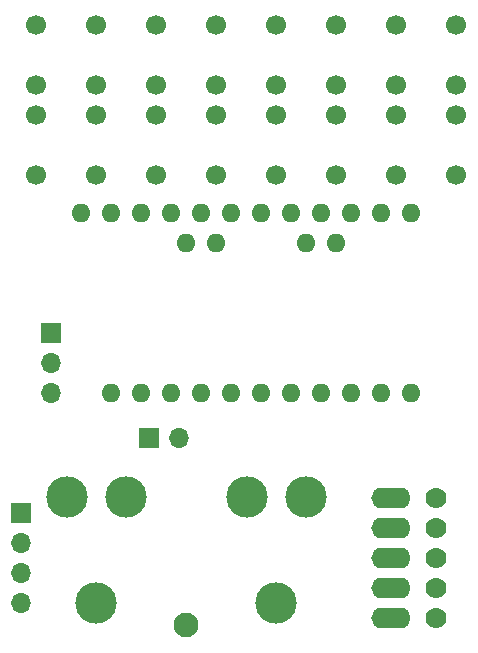
<source format=gbr>
%TF.GenerationSoftware,KiCad,Pcbnew,(6.0.7)*%
%TF.CreationDate,2022-08-14T18:42:22+02:00*%
%TF.ProjectId,BURC_Encoder_JRFormat,42555243-5f45-46e6-936f-6465725f4a52,v1.0*%
%TF.SameCoordinates,Original*%
%TF.FileFunction,Soldermask,Bot*%
%TF.FilePolarity,Negative*%
%FSLAX46Y46*%
G04 Gerber Fmt 4.6, Leading zero omitted, Abs format (unit mm)*
G04 Created by KiCad (PCBNEW (6.0.7)) date 2022-08-14 18:42:22*
%MOMM*%
%LPD*%
G01*
G04 APERTURE LIST*
%ADD10R,1.700000X1.700000*%
%ADD11O,1.700000X1.700000*%
%ADD12C,1.700000*%
%ADD13C,3.500000*%
%ADD14C,1.778000*%
%ADD15O,3.333600X1.766800*%
%ADD16O,1.600000X1.600000*%
%ADD17C,2.100000*%
G04 APERTURE END LIST*
D10*
%TO.C,J4*%
X129540000Y-121920000D03*
D11*
X129540000Y-124460000D03*
X129540000Y-127000000D03*
X129540000Y-129540000D03*
%TD*%
D12*
%TO.C,SW12*%
X151130000Y-88265000D03*
X151130000Y-93345000D03*
%TD*%
D13*
%TO.C,U2*%
X153630000Y-120595000D03*
X151130000Y-129595000D03*
X148630000Y-120595000D03*
%TD*%
D12*
%TO.C,SW7*%
X161290000Y-80645000D03*
X161290000Y-85725000D03*
%TD*%
%TO.C,SW5*%
X151130000Y-80645000D03*
X151130000Y-85725000D03*
%TD*%
D10*
%TO.C,J2*%
X132080000Y-106680000D03*
D11*
X132080000Y-109220000D03*
X132080000Y-111760000D03*
%TD*%
D14*
%TO.C,J1*%
X164659221Y-120719532D03*
X164659221Y-128339532D03*
X164659221Y-123259532D03*
X164659221Y-125799532D03*
X164659221Y-130879532D03*
D15*
X160849221Y-120719532D03*
X160849221Y-123259532D03*
X160849221Y-125799532D03*
X160849221Y-128339532D03*
X160849221Y-130879532D03*
%TD*%
D12*
%TO.C,SW13*%
X146050000Y-88265000D03*
X146050000Y-93345000D03*
%TD*%
%TO.C,SW10*%
X161290000Y-88265000D03*
X161290000Y-93345000D03*
%TD*%
%TO.C,SW1*%
X130810000Y-80645000D03*
X130810000Y-85725000D03*
%TD*%
%TO.C,SW3*%
X140970000Y-80645000D03*
X140970000Y-85725000D03*
%TD*%
%TO.C,SW16*%
X130810000Y-88265000D03*
X130810000Y-93345000D03*
%TD*%
%TO.C,SW8*%
X166370000Y-80645000D03*
X166370000Y-85725000D03*
%TD*%
%TO.C,SW9*%
X166370000Y-88265000D03*
X166370000Y-93345000D03*
%TD*%
%TO.C,SW2*%
X135890000Y-80645000D03*
X135890000Y-85725000D03*
%TD*%
D13*
%TO.C,U3*%
X138390000Y-120595000D03*
X135890000Y-129595000D03*
X133390000Y-120595000D03*
%TD*%
D12*
%TO.C,SW4*%
X146050000Y-80645000D03*
X146050000Y-85725000D03*
%TD*%
D16*
%TO.C,U1*%
X137160000Y-111825000D03*
X139700000Y-111825000D03*
X142240000Y-111825000D03*
X144780000Y-111825000D03*
X147320000Y-111825000D03*
X149860000Y-111825000D03*
X152400000Y-111825000D03*
X154940000Y-111825000D03*
X157480000Y-111825000D03*
X160020000Y-111825000D03*
X162560000Y-111825000D03*
X162560000Y-96585000D03*
X160020000Y-96585000D03*
X157480000Y-96585000D03*
X154940000Y-96585000D03*
X152400000Y-96585000D03*
X149860000Y-96585000D03*
X147320000Y-96585000D03*
X144780000Y-96585000D03*
X142240000Y-96585000D03*
X139700000Y-96585000D03*
X137160000Y-96585000D03*
X134620000Y-96585000D03*
X143510000Y-99125000D03*
X146050000Y-99125000D03*
X153670000Y-99125000D03*
X156210000Y-99125000D03*
%TD*%
D12*
%TO.C,SW15*%
X135890000Y-88265000D03*
X135890000Y-93345000D03*
%TD*%
%TO.C,SW6*%
X156210000Y-80645000D03*
X156210000Y-85725000D03*
%TD*%
%TO.C,SW14*%
X140970000Y-88265000D03*
X140970000Y-93345000D03*
%TD*%
D17*
%TO.C,REF\u002A\u002A*%
X143510000Y-131445000D03*
%TD*%
D10*
%TO.C,J3*%
X140335000Y-115570000D03*
D11*
X142875000Y-115570000D03*
%TD*%
D12*
%TO.C,SW11*%
X156210000Y-88265000D03*
X156210000Y-93345000D03*
%TD*%
M02*

</source>
